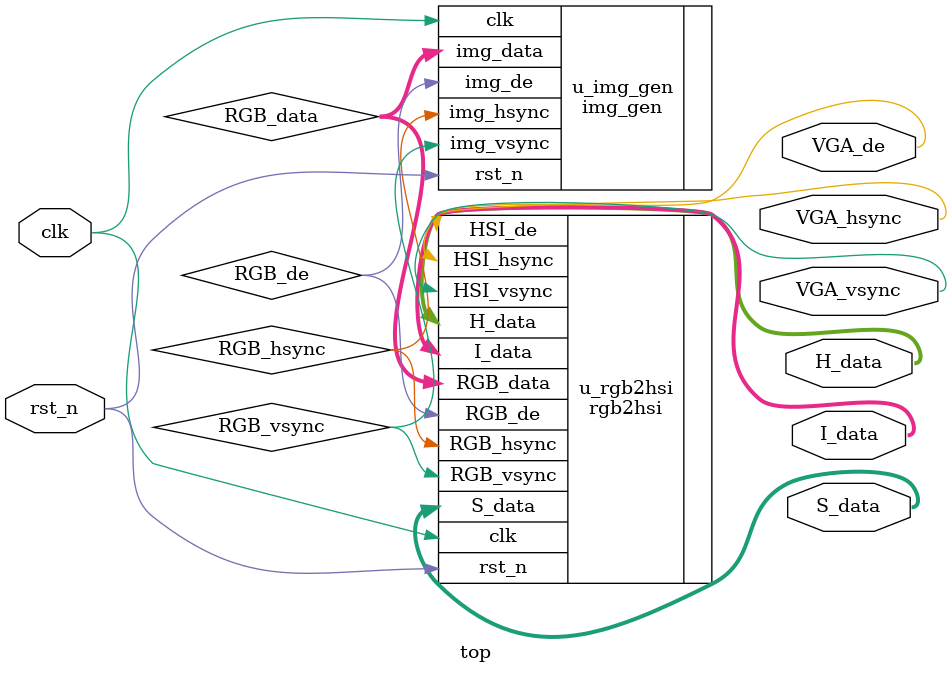
<source format=v>
`timescale 1 ns/1 ns

module top
#(
    parameter               H_DISP = 640        ,   //  图像宽度
    parameter               V_DISP = 480            //  图像高度
)  
(  
    input   wire            clk                 ,   //  时钟
    input   wire            rst_n               ,   //  复位
  
    output  wire            VGA_hsync           ,   //  行同步
    output  wire            VGA_vsync           ,   //  场同步
    output  wire    [7:0]   H_data              ,   //  数据
    output  wire    [7:0]   S_data              ,   //  数据
    output  wire    [7:0]   I_data              ,   //  数据
    output  wire            VGA_de                  //  数据使能
);  
  
    wire                    RGB_hsync           ;   //  RGB行同步
    wire                    RGB_vsync           ;   //  RGB场同步
    wire    [23:0]          RGB_data            ;   //  RGB数据
    wire                    RGB_de              ;   //  RGB数据使能

img_gen
#(
    .H_DISP                 (H_DISP             ),  //  图像宽度
    .V_DISP                 (V_DISP             )   //  图像高度
)  
u_img_gen  
(  
    .clk                    (clk                ),  //  时钟
    .rst_n                  (rst_n              ),  //  复位
  
    .img_hsync              (RGB_hsync          ),  //  RGB行同步
    .img_vsync              (RGB_vsync          ),  //  RGB场同步
    .img_data               (RGB_data           ),  //  RGB数据，RGB888
    .img_de                 (RGB_de             )   //  RGB数据使能
);

rgb2hsi
#(
    .H_DISP                 (H_DISP             ),   //  图像宽度
    .V_DISP                 (V_DISP             )    //  图像高度
)    
u_rgb2hsi   
(       
    .clk                    (clk                ),   //  时钟
    .rst_n                  (rst_n              ),   //  复位
    .RGB_hsync              (RGB_hsync          ),   //  RGB行同步
    .RGB_vsync              (RGB_vsync          ),   //  RGB场同步
    .RGB_data               (RGB_data           ),   //  RGB数据
    .RGB_de                 (RGB_de             ),   //  RGB数据使能

    .HSI_hsync              (VGA_hsync          ),   //  HSI行同步
    .HSI_vsync              (VGA_vsync          ),   //  HSI场同步
    .H_data                 (H_data             ),   //  H数据
    .S_data                 (S_data             ),   //  S数据
    .I_data                 (I_data             ),   //  I数据
    .HSI_de                 (VGA_de             )    //  HSI数据使能
);

endmodule
</source>
